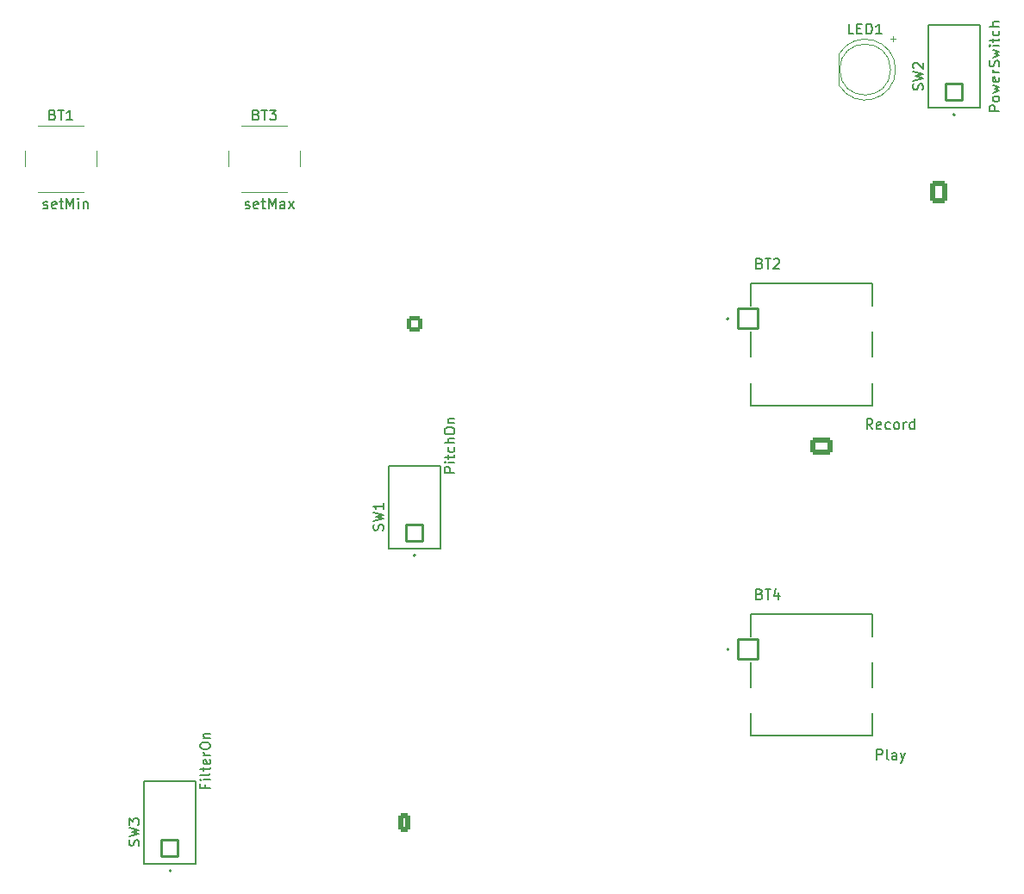
<source format=gto>
%TF.GenerationSoftware,KiCad,Pcbnew,9.0.6*%
%TF.CreationDate,2025-12-09T15:58:13+01:00*%
%TF.ProjectId,STR500_v1,53545235-3030-45f7-9631-2e6b69636164,rev?*%
%TF.SameCoordinates,Original*%
%TF.FileFunction,Legend,Top*%
%TF.FilePolarity,Positive*%
%FSLAX46Y46*%
G04 Gerber Fmt 4.6, Leading zero omitted, Abs format (unit mm)*
G04 Created by KiCad (PCBNEW 9.0.6) date 2025-12-09 15:58:13*
%MOMM*%
%LPD*%
G01*
G04 APERTURE LIST*
G04 Aperture macros list*
%AMRoundRect*
0 Rectangle with rounded corners*
0 $1 Rounding radius*
0 $2 $3 $4 $5 $6 $7 $8 $9 X,Y pos of 4 corners*
0 Add a 4 corners polygon primitive as box body*
4,1,4,$2,$3,$4,$5,$6,$7,$8,$9,$2,$3,0*
0 Add four circle primitives for the rounded corners*
1,1,$1+$1,$2,$3*
1,1,$1+$1,$4,$5*
1,1,$1+$1,$6,$7*
1,1,$1+$1,$8,$9*
0 Add four rect primitives between the rounded corners*
20,1,$1+$1,$2,$3,$4,$5,0*
20,1,$1+$1,$4,$5,$6,$7,0*
20,1,$1+$1,$6,$7,$8,$9,0*
20,1,$1+$1,$8,$9,$2,$3,0*%
G04 Aperture macros list end*
%ADD10C,0.150000*%
%ADD11C,0.200000*%
%ADD12C,0.127000*%
%ADD13C,0.120000*%
%ADD14C,1.600000*%
%ADD15O,1.740000X2.190000*%
%ADD16RoundRect,0.250000X-0.620000X-0.845000X0.620000X-0.845000X0.620000X0.845000X-0.620000X0.845000X0*%
%ADD17C,1.839000*%
%ADD18RoundRect,0.102000X0.817500X-0.817500X0.817500X0.817500X-0.817500X0.817500X-0.817500X-0.817500X0*%
%ADD19RoundRect,0.102000X-0.975000X-0.975000X0.975000X-0.975000X0.975000X0.975000X-0.975000X0.975000X0*%
%ADD20C,2.154000*%
%ADD21C,2.000000*%
%ADD22C,1.800000*%
%ADD23R,1.800000X1.800000*%
%ADD24R,1.700000X1.700000*%
%ADD25RoundRect,0.250000X0.350000X0.650000X-0.350000X0.650000X-0.350000X-0.650000X0.350000X-0.650000X0*%
%ADD26O,1.700000X1.700000*%
%ADD27O,1.200000X1.800000*%
%ADD28RoundRect,0.250000X0.550000X-0.550000X0.550000X0.550000X-0.550000X0.550000X-0.550000X-0.550000X0*%
%ADD29C,1.700000*%
%ADD30RoundRect,0.250000X-0.845000X0.620000X-0.845000X-0.620000X0.845000X-0.620000X0.845000X0.620000X0*%
%ADD31O,2.190000X1.740000*%
G04 APERTURE END LIST*
D10*
X105914700Y-90285832D02*
X105962319Y-90142975D01*
X105962319Y-90142975D02*
X105962319Y-89904880D01*
X105962319Y-89904880D02*
X105914700Y-89809642D01*
X105914700Y-89809642D02*
X105867080Y-89762023D01*
X105867080Y-89762023D02*
X105771842Y-89714404D01*
X105771842Y-89714404D02*
X105676604Y-89714404D01*
X105676604Y-89714404D02*
X105581366Y-89762023D01*
X105581366Y-89762023D02*
X105533747Y-89809642D01*
X105533747Y-89809642D02*
X105486128Y-89904880D01*
X105486128Y-89904880D02*
X105438509Y-90095356D01*
X105438509Y-90095356D02*
X105390890Y-90190594D01*
X105390890Y-90190594D02*
X105343271Y-90238213D01*
X105343271Y-90238213D02*
X105248033Y-90285832D01*
X105248033Y-90285832D02*
X105152795Y-90285832D01*
X105152795Y-90285832D02*
X105057557Y-90238213D01*
X105057557Y-90238213D02*
X105009938Y-90190594D01*
X105009938Y-90190594D02*
X104962319Y-90095356D01*
X104962319Y-90095356D02*
X104962319Y-89857261D01*
X104962319Y-89857261D02*
X105009938Y-89714404D01*
X104962319Y-89381070D02*
X105962319Y-89142975D01*
X105962319Y-89142975D02*
X105248033Y-88952499D01*
X105248033Y-88952499D02*
X105962319Y-88762023D01*
X105962319Y-88762023D02*
X104962319Y-88523928D01*
X105962319Y-87619166D02*
X105962319Y-88190594D01*
X105962319Y-87904880D02*
X104962319Y-87904880D01*
X104962319Y-87904880D02*
X105105176Y-88000118D01*
X105105176Y-88000118D02*
X105200414Y-88095356D01*
X105200414Y-88095356D02*
X105248033Y-88190594D01*
X112947319Y-84610356D02*
X111947319Y-84610356D01*
X111947319Y-84610356D02*
X111947319Y-84229404D01*
X111947319Y-84229404D02*
X111994938Y-84134166D01*
X111994938Y-84134166D02*
X112042557Y-84086547D01*
X112042557Y-84086547D02*
X112137795Y-84038928D01*
X112137795Y-84038928D02*
X112280652Y-84038928D01*
X112280652Y-84038928D02*
X112375890Y-84086547D01*
X112375890Y-84086547D02*
X112423509Y-84134166D01*
X112423509Y-84134166D02*
X112471128Y-84229404D01*
X112471128Y-84229404D02*
X112471128Y-84610356D01*
X112947319Y-83610356D02*
X112280652Y-83610356D01*
X111947319Y-83610356D02*
X111994938Y-83657975D01*
X111994938Y-83657975D02*
X112042557Y-83610356D01*
X112042557Y-83610356D02*
X111994938Y-83562737D01*
X111994938Y-83562737D02*
X111947319Y-83610356D01*
X111947319Y-83610356D02*
X112042557Y-83610356D01*
X112280652Y-83277023D02*
X112280652Y-82896071D01*
X111947319Y-83134166D02*
X112804461Y-83134166D01*
X112804461Y-83134166D02*
X112899700Y-83086547D01*
X112899700Y-83086547D02*
X112947319Y-82991309D01*
X112947319Y-82991309D02*
X112947319Y-82896071D01*
X112899700Y-82134166D02*
X112947319Y-82229404D01*
X112947319Y-82229404D02*
X112947319Y-82419880D01*
X112947319Y-82419880D02*
X112899700Y-82515118D01*
X112899700Y-82515118D02*
X112852080Y-82562737D01*
X112852080Y-82562737D02*
X112756842Y-82610356D01*
X112756842Y-82610356D02*
X112471128Y-82610356D01*
X112471128Y-82610356D02*
X112375890Y-82562737D01*
X112375890Y-82562737D02*
X112328271Y-82515118D01*
X112328271Y-82515118D02*
X112280652Y-82419880D01*
X112280652Y-82419880D02*
X112280652Y-82229404D01*
X112280652Y-82229404D02*
X112328271Y-82134166D01*
X112947319Y-81705594D02*
X111947319Y-81705594D01*
X112947319Y-81277023D02*
X112423509Y-81277023D01*
X112423509Y-81277023D02*
X112328271Y-81324642D01*
X112328271Y-81324642D02*
X112280652Y-81419880D01*
X112280652Y-81419880D02*
X112280652Y-81562737D01*
X112280652Y-81562737D02*
X112328271Y-81657975D01*
X112328271Y-81657975D02*
X112375890Y-81705594D01*
X111947319Y-80610356D02*
X111947319Y-80419880D01*
X111947319Y-80419880D02*
X111994938Y-80324642D01*
X111994938Y-80324642D02*
X112090176Y-80229404D01*
X112090176Y-80229404D02*
X112280652Y-80181785D01*
X112280652Y-80181785D02*
X112613985Y-80181785D01*
X112613985Y-80181785D02*
X112804461Y-80229404D01*
X112804461Y-80229404D02*
X112899700Y-80324642D01*
X112899700Y-80324642D02*
X112947319Y-80419880D01*
X112947319Y-80419880D02*
X112947319Y-80610356D01*
X112947319Y-80610356D02*
X112899700Y-80705594D01*
X112899700Y-80705594D02*
X112804461Y-80800832D01*
X112804461Y-80800832D02*
X112613985Y-80848451D01*
X112613985Y-80848451D02*
X112280652Y-80848451D01*
X112280652Y-80848451D02*
X112090176Y-80800832D01*
X112090176Y-80800832D02*
X111994938Y-80705594D01*
X111994938Y-80705594D02*
X111947319Y-80610356D01*
X112280652Y-79753213D02*
X112947319Y-79753213D01*
X112375890Y-79753213D02*
X112328271Y-79705594D01*
X112328271Y-79705594D02*
X112280652Y-79610356D01*
X112280652Y-79610356D02*
X112280652Y-79467499D01*
X112280652Y-79467499D02*
X112328271Y-79372261D01*
X112328271Y-79372261D02*
X112423509Y-79324642D01*
X112423509Y-79324642D02*
X112947319Y-79324642D01*
X158914700Y-46980832D02*
X158962319Y-46837975D01*
X158962319Y-46837975D02*
X158962319Y-46599880D01*
X158962319Y-46599880D02*
X158914700Y-46504642D01*
X158914700Y-46504642D02*
X158867080Y-46457023D01*
X158867080Y-46457023D02*
X158771842Y-46409404D01*
X158771842Y-46409404D02*
X158676604Y-46409404D01*
X158676604Y-46409404D02*
X158581366Y-46457023D01*
X158581366Y-46457023D02*
X158533747Y-46504642D01*
X158533747Y-46504642D02*
X158486128Y-46599880D01*
X158486128Y-46599880D02*
X158438509Y-46790356D01*
X158438509Y-46790356D02*
X158390890Y-46885594D01*
X158390890Y-46885594D02*
X158343271Y-46933213D01*
X158343271Y-46933213D02*
X158248033Y-46980832D01*
X158248033Y-46980832D02*
X158152795Y-46980832D01*
X158152795Y-46980832D02*
X158057557Y-46933213D01*
X158057557Y-46933213D02*
X158009938Y-46885594D01*
X158009938Y-46885594D02*
X157962319Y-46790356D01*
X157962319Y-46790356D02*
X157962319Y-46552261D01*
X157962319Y-46552261D02*
X158009938Y-46409404D01*
X157962319Y-46076070D02*
X158962319Y-45837975D01*
X158962319Y-45837975D02*
X158248033Y-45647499D01*
X158248033Y-45647499D02*
X158962319Y-45457023D01*
X158962319Y-45457023D02*
X157962319Y-45218928D01*
X158057557Y-44885594D02*
X158009938Y-44837975D01*
X158009938Y-44837975D02*
X157962319Y-44742737D01*
X157962319Y-44742737D02*
X157962319Y-44504642D01*
X157962319Y-44504642D02*
X158009938Y-44409404D01*
X158009938Y-44409404D02*
X158057557Y-44361785D01*
X158057557Y-44361785D02*
X158152795Y-44314166D01*
X158152795Y-44314166D02*
X158248033Y-44314166D01*
X158248033Y-44314166D02*
X158390890Y-44361785D01*
X158390890Y-44361785D02*
X158962319Y-44933213D01*
X158962319Y-44933213D02*
X158962319Y-44314166D01*
X166454819Y-49075952D02*
X165454819Y-49075952D01*
X165454819Y-49075952D02*
X165454819Y-48695000D01*
X165454819Y-48695000D02*
X165502438Y-48599762D01*
X165502438Y-48599762D02*
X165550057Y-48552143D01*
X165550057Y-48552143D02*
X165645295Y-48504524D01*
X165645295Y-48504524D02*
X165788152Y-48504524D01*
X165788152Y-48504524D02*
X165883390Y-48552143D01*
X165883390Y-48552143D02*
X165931009Y-48599762D01*
X165931009Y-48599762D02*
X165978628Y-48695000D01*
X165978628Y-48695000D02*
X165978628Y-49075952D01*
X166454819Y-47933095D02*
X166407200Y-48028333D01*
X166407200Y-48028333D02*
X166359580Y-48075952D01*
X166359580Y-48075952D02*
X166264342Y-48123571D01*
X166264342Y-48123571D02*
X165978628Y-48123571D01*
X165978628Y-48123571D02*
X165883390Y-48075952D01*
X165883390Y-48075952D02*
X165835771Y-48028333D01*
X165835771Y-48028333D02*
X165788152Y-47933095D01*
X165788152Y-47933095D02*
X165788152Y-47790238D01*
X165788152Y-47790238D02*
X165835771Y-47695000D01*
X165835771Y-47695000D02*
X165883390Y-47647381D01*
X165883390Y-47647381D02*
X165978628Y-47599762D01*
X165978628Y-47599762D02*
X166264342Y-47599762D01*
X166264342Y-47599762D02*
X166359580Y-47647381D01*
X166359580Y-47647381D02*
X166407200Y-47695000D01*
X166407200Y-47695000D02*
X166454819Y-47790238D01*
X166454819Y-47790238D02*
X166454819Y-47933095D01*
X165788152Y-47266428D02*
X166454819Y-47075952D01*
X166454819Y-47075952D02*
X165978628Y-46885476D01*
X165978628Y-46885476D02*
X166454819Y-46695000D01*
X166454819Y-46695000D02*
X165788152Y-46504524D01*
X166407200Y-45742619D02*
X166454819Y-45837857D01*
X166454819Y-45837857D02*
X166454819Y-46028333D01*
X166454819Y-46028333D02*
X166407200Y-46123571D01*
X166407200Y-46123571D02*
X166311961Y-46171190D01*
X166311961Y-46171190D02*
X165931009Y-46171190D01*
X165931009Y-46171190D02*
X165835771Y-46123571D01*
X165835771Y-46123571D02*
X165788152Y-46028333D01*
X165788152Y-46028333D02*
X165788152Y-45837857D01*
X165788152Y-45837857D02*
X165835771Y-45742619D01*
X165835771Y-45742619D02*
X165931009Y-45695000D01*
X165931009Y-45695000D02*
X166026247Y-45695000D01*
X166026247Y-45695000D02*
X166121485Y-46171190D01*
X166454819Y-45266428D02*
X165788152Y-45266428D01*
X165978628Y-45266428D02*
X165883390Y-45218809D01*
X165883390Y-45218809D02*
X165835771Y-45171190D01*
X165835771Y-45171190D02*
X165788152Y-45075952D01*
X165788152Y-45075952D02*
X165788152Y-44980714D01*
X166407200Y-44694999D02*
X166454819Y-44552142D01*
X166454819Y-44552142D02*
X166454819Y-44314047D01*
X166454819Y-44314047D02*
X166407200Y-44218809D01*
X166407200Y-44218809D02*
X166359580Y-44171190D01*
X166359580Y-44171190D02*
X166264342Y-44123571D01*
X166264342Y-44123571D02*
X166169104Y-44123571D01*
X166169104Y-44123571D02*
X166073866Y-44171190D01*
X166073866Y-44171190D02*
X166026247Y-44218809D01*
X166026247Y-44218809D02*
X165978628Y-44314047D01*
X165978628Y-44314047D02*
X165931009Y-44504523D01*
X165931009Y-44504523D02*
X165883390Y-44599761D01*
X165883390Y-44599761D02*
X165835771Y-44647380D01*
X165835771Y-44647380D02*
X165740533Y-44694999D01*
X165740533Y-44694999D02*
X165645295Y-44694999D01*
X165645295Y-44694999D02*
X165550057Y-44647380D01*
X165550057Y-44647380D02*
X165502438Y-44599761D01*
X165502438Y-44599761D02*
X165454819Y-44504523D01*
X165454819Y-44504523D02*
X165454819Y-44266428D01*
X165454819Y-44266428D02*
X165502438Y-44123571D01*
X165788152Y-43790237D02*
X166454819Y-43599761D01*
X166454819Y-43599761D02*
X165978628Y-43409285D01*
X165978628Y-43409285D02*
X166454819Y-43218809D01*
X166454819Y-43218809D02*
X165788152Y-43028333D01*
X166454819Y-42647380D02*
X165788152Y-42647380D01*
X165454819Y-42647380D02*
X165502438Y-42694999D01*
X165502438Y-42694999D02*
X165550057Y-42647380D01*
X165550057Y-42647380D02*
X165502438Y-42599761D01*
X165502438Y-42599761D02*
X165454819Y-42647380D01*
X165454819Y-42647380D02*
X165550057Y-42647380D01*
X165788152Y-42314047D02*
X165788152Y-41933095D01*
X165454819Y-42171190D02*
X166311961Y-42171190D01*
X166311961Y-42171190D02*
X166407200Y-42123571D01*
X166407200Y-42123571D02*
X166454819Y-42028333D01*
X166454819Y-42028333D02*
X166454819Y-41933095D01*
X166407200Y-41171190D02*
X166454819Y-41266428D01*
X166454819Y-41266428D02*
X166454819Y-41456904D01*
X166454819Y-41456904D02*
X166407200Y-41552142D01*
X166407200Y-41552142D02*
X166359580Y-41599761D01*
X166359580Y-41599761D02*
X166264342Y-41647380D01*
X166264342Y-41647380D02*
X165978628Y-41647380D01*
X165978628Y-41647380D02*
X165883390Y-41599761D01*
X165883390Y-41599761D02*
X165835771Y-41552142D01*
X165835771Y-41552142D02*
X165788152Y-41456904D01*
X165788152Y-41456904D02*
X165788152Y-41266428D01*
X165788152Y-41266428D02*
X165835771Y-41171190D01*
X166454819Y-40742618D02*
X165454819Y-40742618D01*
X166454819Y-40314047D02*
X165931009Y-40314047D01*
X165931009Y-40314047D02*
X165835771Y-40361666D01*
X165835771Y-40361666D02*
X165788152Y-40456904D01*
X165788152Y-40456904D02*
X165788152Y-40599761D01*
X165788152Y-40599761D02*
X165835771Y-40694999D01*
X165835771Y-40694999D02*
X165883390Y-40742618D01*
X81914700Y-121285832D02*
X81962319Y-121142975D01*
X81962319Y-121142975D02*
X81962319Y-120904880D01*
X81962319Y-120904880D02*
X81914700Y-120809642D01*
X81914700Y-120809642D02*
X81867080Y-120762023D01*
X81867080Y-120762023D02*
X81771842Y-120714404D01*
X81771842Y-120714404D02*
X81676604Y-120714404D01*
X81676604Y-120714404D02*
X81581366Y-120762023D01*
X81581366Y-120762023D02*
X81533747Y-120809642D01*
X81533747Y-120809642D02*
X81486128Y-120904880D01*
X81486128Y-120904880D02*
X81438509Y-121095356D01*
X81438509Y-121095356D02*
X81390890Y-121190594D01*
X81390890Y-121190594D02*
X81343271Y-121238213D01*
X81343271Y-121238213D02*
X81248033Y-121285832D01*
X81248033Y-121285832D02*
X81152795Y-121285832D01*
X81152795Y-121285832D02*
X81057557Y-121238213D01*
X81057557Y-121238213D02*
X81009938Y-121190594D01*
X81009938Y-121190594D02*
X80962319Y-121095356D01*
X80962319Y-121095356D02*
X80962319Y-120857261D01*
X80962319Y-120857261D02*
X81009938Y-120714404D01*
X80962319Y-120381070D02*
X81962319Y-120142975D01*
X81962319Y-120142975D02*
X81248033Y-119952499D01*
X81248033Y-119952499D02*
X81962319Y-119762023D01*
X81962319Y-119762023D02*
X80962319Y-119523928D01*
X80962319Y-119238213D02*
X80962319Y-118619166D01*
X80962319Y-118619166D02*
X81343271Y-118952499D01*
X81343271Y-118952499D02*
X81343271Y-118809642D01*
X81343271Y-118809642D02*
X81390890Y-118714404D01*
X81390890Y-118714404D02*
X81438509Y-118666785D01*
X81438509Y-118666785D02*
X81533747Y-118619166D01*
X81533747Y-118619166D02*
X81771842Y-118619166D01*
X81771842Y-118619166D02*
X81867080Y-118666785D01*
X81867080Y-118666785D02*
X81914700Y-118714404D01*
X81914700Y-118714404D02*
X81962319Y-118809642D01*
X81962319Y-118809642D02*
X81962319Y-119095356D01*
X81962319Y-119095356D02*
X81914700Y-119190594D01*
X81914700Y-119190594D02*
X81867080Y-119238213D01*
X88423509Y-115324643D02*
X88423509Y-115657976D01*
X88947319Y-115657976D02*
X87947319Y-115657976D01*
X87947319Y-115657976D02*
X87947319Y-115181786D01*
X88947319Y-114800833D02*
X88280652Y-114800833D01*
X87947319Y-114800833D02*
X87994938Y-114848452D01*
X87994938Y-114848452D02*
X88042557Y-114800833D01*
X88042557Y-114800833D02*
X87994938Y-114753214D01*
X87994938Y-114753214D02*
X87947319Y-114800833D01*
X87947319Y-114800833D02*
X88042557Y-114800833D01*
X88947319Y-114181786D02*
X88899700Y-114277024D01*
X88899700Y-114277024D02*
X88804461Y-114324643D01*
X88804461Y-114324643D02*
X87947319Y-114324643D01*
X88280652Y-113943690D02*
X88280652Y-113562738D01*
X87947319Y-113800833D02*
X88804461Y-113800833D01*
X88804461Y-113800833D02*
X88899700Y-113753214D01*
X88899700Y-113753214D02*
X88947319Y-113657976D01*
X88947319Y-113657976D02*
X88947319Y-113562738D01*
X88899700Y-112848452D02*
X88947319Y-112943690D01*
X88947319Y-112943690D02*
X88947319Y-113134166D01*
X88947319Y-113134166D02*
X88899700Y-113229404D01*
X88899700Y-113229404D02*
X88804461Y-113277023D01*
X88804461Y-113277023D02*
X88423509Y-113277023D01*
X88423509Y-113277023D02*
X88328271Y-113229404D01*
X88328271Y-113229404D02*
X88280652Y-113134166D01*
X88280652Y-113134166D02*
X88280652Y-112943690D01*
X88280652Y-112943690D02*
X88328271Y-112848452D01*
X88328271Y-112848452D02*
X88423509Y-112800833D01*
X88423509Y-112800833D02*
X88518747Y-112800833D01*
X88518747Y-112800833D02*
X88613985Y-113277023D01*
X88947319Y-112372261D02*
X88280652Y-112372261D01*
X88471128Y-112372261D02*
X88375890Y-112324642D01*
X88375890Y-112324642D02*
X88328271Y-112277023D01*
X88328271Y-112277023D02*
X88280652Y-112181785D01*
X88280652Y-112181785D02*
X88280652Y-112086547D01*
X87947319Y-111562737D02*
X87947319Y-111372261D01*
X87947319Y-111372261D02*
X87994938Y-111277023D01*
X87994938Y-111277023D02*
X88090176Y-111181785D01*
X88090176Y-111181785D02*
X88280652Y-111134166D01*
X88280652Y-111134166D02*
X88613985Y-111134166D01*
X88613985Y-111134166D02*
X88804461Y-111181785D01*
X88804461Y-111181785D02*
X88899700Y-111277023D01*
X88899700Y-111277023D02*
X88947319Y-111372261D01*
X88947319Y-111372261D02*
X88947319Y-111562737D01*
X88947319Y-111562737D02*
X88899700Y-111657975D01*
X88899700Y-111657975D02*
X88804461Y-111753213D01*
X88804461Y-111753213D02*
X88613985Y-111800832D01*
X88613985Y-111800832D02*
X88280652Y-111800832D01*
X88280652Y-111800832D02*
X88090176Y-111753213D01*
X88090176Y-111753213D02*
X87994938Y-111657975D01*
X87994938Y-111657975D02*
X87947319Y-111562737D01*
X88280652Y-110705594D02*
X88947319Y-110705594D01*
X88375890Y-110705594D02*
X88328271Y-110657975D01*
X88328271Y-110657975D02*
X88280652Y-110562737D01*
X88280652Y-110562737D02*
X88280652Y-110419880D01*
X88280652Y-110419880D02*
X88328271Y-110324642D01*
X88328271Y-110324642D02*
X88423509Y-110277023D01*
X88423509Y-110277023D02*
X88947319Y-110277023D01*
X142914285Y-96546009D02*
X143057142Y-96593628D01*
X143057142Y-96593628D02*
X143104761Y-96641247D01*
X143104761Y-96641247D02*
X143152380Y-96736485D01*
X143152380Y-96736485D02*
X143152380Y-96879342D01*
X143152380Y-96879342D02*
X143104761Y-96974580D01*
X143104761Y-96974580D02*
X143057142Y-97022200D01*
X143057142Y-97022200D02*
X142961904Y-97069819D01*
X142961904Y-97069819D02*
X142580952Y-97069819D01*
X142580952Y-97069819D02*
X142580952Y-96069819D01*
X142580952Y-96069819D02*
X142914285Y-96069819D01*
X142914285Y-96069819D02*
X143009523Y-96117438D01*
X143009523Y-96117438D02*
X143057142Y-96165057D01*
X143057142Y-96165057D02*
X143104761Y-96260295D01*
X143104761Y-96260295D02*
X143104761Y-96355533D01*
X143104761Y-96355533D02*
X143057142Y-96450771D01*
X143057142Y-96450771D02*
X143009523Y-96498390D01*
X143009523Y-96498390D02*
X142914285Y-96546009D01*
X142914285Y-96546009D02*
X142580952Y-96546009D01*
X143438095Y-96069819D02*
X144009523Y-96069819D01*
X143723809Y-97069819D02*
X143723809Y-96069819D01*
X144771428Y-96403152D02*
X144771428Y-97069819D01*
X144533333Y-96022200D02*
X144295238Y-96736485D01*
X144295238Y-96736485D02*
X144914285Y-96736485D01*
X154407857Y-112839819D02*
X154407857Y-111839819D01*
X154407857Y-111839819D02*
X154788809Y-111839819D01*
X154788809Y-111839819D02*
X154884047Y-111887438D01*
X154884047Y-111887438D02*
X154931666Y-111935057D01*
X154931666Y-111935057D02*
X154979285Y-112030295D01*
X154979285Y-112030295D02*
X154979285Y-112173152D01*
X154979285Y-112173152D02*
X154931666Y-112268390D01*
X154931666Y-112268390D02*
X154884047Y-112316009D01*
X154884047Y-112316009D02*
X154788809Y-112363628D01*
X154788809Y-112363628D02*
X154407857Y-112363628D01*
X155550714Y-112839819D02*
X155455476Y-112792200D01*
X155455476Y-112792200D02*
X155407857Y-112696961D01*
X155407857Y-112696961D02*
X155407857Y-111839819D01*
X156360238Y-112839819D02*
X156360238Y-112316009D01*
X156360238Y-112316009D02*
X156312619Y-112220771D01*
X156312619Y-112220771D02*
X156217381Y-112173152D01*
X156217381Y-112173152D02*
X156026905Y-112173152D01*
X156026905Y-112173152D02*
X155931667Y-112220771D01*
X156360238Y-112792200D02*
X156265000Y-112839819D01*
X156265000Y-112839819D02*
X156026905Y-112839819D01*
X156026905Y-112839819D02*
X155931667Y-112792200D01*
X155931667Y-112792200D02*
X155884048Y-112696961D01*
X155884048Y-112696961D02*
X155884048Y-112601723D01*
X155884048Y-112601723D02*
X155931667Y-112506485D01*
X155931667Y-112506485D02*
X156026905Y-112458866D01*
X156026905Y-112458866D02*
X156265000Y-112458866D01*
X156265000Y-112458866D02*
X156360238Y-112411247D01*
X156741191Y-112173152D02*
X156979286Y-112839819D01*
X157217381Y-112173152D02*
X156979286Y-112839819D01*
X156979286Y-112839819D02*
X156884048Y-113077914D01*
X156884048Y-113077914D02*
X156836429Y-113125533D01*
X156836429Y-113125533D02*
X156741191Y-113173152D01*
X142914285Y-64046009D02*
X143057142Y-64093628D01*
X143057142Y-64093628D02*
X143104761Y-64141247D01*
X143104761Y-64141247D02*
X143152380Y-64236485D01*
X143152380Y-64236485D02*
X143152380Y-64379342D01*
X143152380Y-64379342D02*
X143104761Y-64474580D01*
X143104761Y-64474580D02*
X143057142Y-64522200D01*
X143057142Y-64522200D02*
X142961904Y-64569819D01*
X142961904Y-64569819D02*
X142580952Y-64569819D01*
X142580952Y-64569819D02*
X142580952Y-63569819D01*
X142580952Y-63569819D02*
X142914285Y-63569819D01*
X142914285Y-63569819D02*
X143009523Y-63617438D01*
X143009523Y-63617438D02*
X143057142Y-63665057D01*
X143057142Y-63665057D02*
X143104761Y-63760295D01*
X143104761Y-63760295D02*
X143104761Y-63855533D01*
X143104761Y-63855533D02*
X143057142Y-63950771D01*
X143057142Y-63950771D02*
X143009523Y-63998390D01*
X143009523Y-63998390D02*
X142914285Y-64046009D01*
X142914285Y-64046009D02*
X142580952Y-64046009D01*
X143438095Y-63569819D02*
X144009523Y-63569819D01*
X143723809Y-64569819D02*
X143723809Y-63569819D01*
X144295238Y-63665057D02*
X144342857Y-63617438D01*
X144342857Y-63617438D02*
X144438095Y-63569819D01*
X144438095Y-63569819D02*
X144676190Y-63569819D01*
X144676190Y-63569819D02*
X144771428Y-63617438D01*
X144771428Y-63617438D02*
X144819047Y-63665057D01*
X144819047Y-63665057D02*
X144866666Y-63760295D01*
X144866666Y-63760295D02*
X144866666Y-63855533D01*
X144866666Y-63855533D02*
X144819047Y-63998390D01*
X144819047Y-63998390D02*
X144247619Y-64569819D01*
X144247619Y-64569819D02*
X144866666Y-64569819D01*
X154003094Y-80339819D02*
X153669761Y-79863628D01*
X153431666Y-80339819D02*
X153431666Y-79339819D01*
X153431666Y-79339819D02*
X153812618Y-79339819D01*
X153812618Y-79339819D02*
X153907856Y-79387438D01*
X153907856Y-79387438D02*
X153955475Y-79435057D01*
X153955475Y-79435057D02*
X154003094Y-79530295D01*
X154003094Y-79530295D02*
X154003094Y-79673152D01*
X154003094Y-79673152D02*
X153955475Y-79768390D01*
X153955475Y-79768390D02*
X153907856Y-79816009D01*
X153907856Y-79816009D02*
X153812618Y-79863628D01*
X153812618Y-79863628D02*
X153431666Y-79863628D01*
X154812618Y-80292200D02*
X154717380Y-80339819D01*
X154717380Y-80339819D02*
X154526904Y-80339819D01*
X154526904Y-80339819D02*
X154431666Y-80292200D01*
X154431666Y-80292200D02*
X154384047Y-80196961D01*
X154384047Y-80196961D02*
X154384047Y-79816009D01*
X154384047Y-79816009D02*
X154431666Y-79720771D01*
X154431666Y-79720771D02*
X154526904Y-79673152D01*
X154526904Y-79673152D02*
X154717380Y-79673152D01*
X154717380Y-79673152D02*
X154812618Y-79720771D01*
X154812618Y-79720771D02*
X154860237Y-79816009D01*
X154860237Y-79816009D02*
X154860237Y-79911247D01*
X154860237Y-79911247D02*
X154384047Y-80006485D01*
X155717380Y-80292200D02*
X155622142Y-80339819D01*
X155622142Y-80339819D02*
X155431666Y-80339819D01*
X155431666Y-80339819D02*
X155336428Y-80292200D01*
X155336428Y-80292200D02*
X155288809Y-80244580D01*
X155288809Y-80244580D02*
X155241190Y-80149342D01*
X155241190Y-80149342D02*
X155241190Y-79863628D01*
X155241190Y-79863628D02*
X155288809Y-79768390D01*
X155288809Y-79768390D02*
X155336428Y-79720771D01*
X155336428Y-79720771D02*
X155431666Y-79673152D01*
X155431666Y-79673152D02*
X155622142Y-79673152D01*
X155622142Y-79673152D02*
X155717380Y-79720771D01*
X156288809Y-80339819D02*
X156193571Y-80292200D01*
X156193571Y-80292200D02*
X156145952Y-80244580D01*
X156145952Y-80244580D02*
X156098333Y-80149342D01*
X156098333Y-80149342D02*
X156098333Y-79863628D01*
X156098333Y-79863628D02*
X156145952Y-79768390D01*
X156145952Y-79768390D02*
X156193571Y-79720771D01*
X156193571Y-79720771D02*
X156288809Y-79673152D01*
X156288809Y-79673152D02*
X156431666Y-79673152D01*
X156431666Y-79673152D02*
X156526904Y-79720771D01*
X156526904Y-79720771D02*
X156574523Y-79768390D01*
X156574523Y-79768390D02*
X156622142Y-79863628D01*
X156622142Y-79863628D02*
X156622142Y-80149342D01*
X156622142Y-80149342D02*
X156574523Y-80244580D01*
X156574523Y-80244580D02*
X156526904Y-80292200D01*
X156526904Y-80292200D02*
X156431666Y-80339819D01*
X156431666Y-80339819D02*
X156288809Y-80339819D01*
X157050714Y-80339819D02*
X157050714Y-79673152D01*
X157050714Y-79863628D02*
X157098333Y-79768390D01*
X157098333Y-79768390D02*
X157145952Y-79720771D01*
X157145952Y-79720771D02*
X157241190Y-79673152D01*
X157241190Y-79673152D02*
X157336428Y-79673152D01*
X158098333Y-80339819D02*
X158098333Y-79339819D01*
X158098333Y-80292200D02*
X158003095Y-80339819D01*
X158003095Y-80339819D02*
X157812619Y-80339819D01*
X157812619Y-80339819D02*
X157717381Y-80292200D01*
X157717381Y-80292200D02*
X157669762Y-80244580D01*
X157669762Y-80244580D02*
X157622143Y-80149342D01*
X157622143Y-80149342D02*
X157622143Y-79863628D01*
X157622143Y-79863628D02*
X157669762Y-79768390D01*
X157669762Y-79768390D02*
X157717381Y-79720771D01*
X157717381Y-79720771D02*
X157812619Y-79673152D01*
X157812619Y-79673152D02*
X158003095Y-79673152D01*
X158003095Y-79673152D02*
X158098333Y-79720771D01*
X93464285Y-49431009D02*
X93607142Y-49478628D01*
X93607142Y-49478628D02*
X93654761Y-49526247D01*
X93654761Y-49526247D02*
X93702380Y-49621485D01*
X93702380Y-49621485D02*
X93702380Y-49764342D01*
X93702380Y-49764342D02*
X93654761Y-49859580D01*
X93654761Y-49859580D02*
X93607142Y-49907200D01*
X93607142Y-49907200D02*
X93511904Y-49954819D01*
X93511904Y-49954819D02*
X93130952Y-49954819D01*
X93130952Y-49954819D02*
X93130952Y-48954819D01*
X93130952Y-48954819D02*
X93464285Y-48954819D01*
X93464285Y-48954819D02*
X93559523Y-49002438D01*
X93559523Y-49002438D02*
X93607142Y-49050057D01*
X93607142Y-49050057D02*
X93654761Y-49145295D01*
X93654761Y-49145295D02*
X93654761Y-49240533D01*
X93654761Y-49240533D02*
X93607142Y-49335771D01*
X93607142Y-49335771D02*
X93559523Y-49383390D01*
X93559523Y-49383390D02*
X93464285Y-49431009D01*
X93464285Y-49431009D02*
X93130952Y-49431009D01*
X93988095Y-48954819D02*
X94559523Y-48954819D01*
X94273809Y-49954819D02*
X94273809Y-48954819D01*
X94797619Y-48954819D02*
X95416666Y-48954819D01*
X95416666Y-48954819D02*
X95083333Y-49335771D01*
X95083333Y-49335771D02*
X95226190Y-49335771D01*
X95226190Y-49335771D02*
X95321428Y-49383390D01*
X95321428Y-49383390D02*
X95369047Y-49431009D01*
X95369047Y-49431009D02*
X95416666Y-49526247D01*
X95416666Y-49526247D02*
X95416666Y-49764342D01*
X95416666Y-49764342D02*
X95369047Y-49859580D01*
X95369047Y-49859580D02*
X95321428Y-49907200D01*
X95321428Y-49907200D02*
X95226190Y-49954819D01*
X95226190Y-49954819D02*
X94940476Y-49954819D01*
X94940476Y-49954819D02*
X94845238Y-49907200D01*
X94845238Y-49907200D02*
X94797619Y-49859580D01*
X92392857Y-58607200D02*
X92488095Y-58654819D01*
X92488095Y-58654819D02*
X92678571Y-58654819D01*
X92678571Y-58654819D02*
X92773809Y-58607200D01*
X92773809Y-58607200D02*
X92821428Y-58511961D01*
X92821428Y-58511961D02*
X92821428Y-58464342D01*
X92821428Y-58464342D02*
X92773809Y-58369104D01*
X92773809Y-58369104D02*
X92678571Y-58321485D01*
X92678571Y-58321485D02*
X92535714Y-58321485D01*
X92535714Y-58321485D02*
X92440476Y-58273866D01*
X92440476Y-58273866D02*
X92392857Y-58178628D01*
X92392857Y-58178628D02*
X92392857Y-58131009D01*
X92392857Y-58131009D02*
X92440476Y-58035771D01*
X92440476Y-58035771D02*
X92535714Y-57988152D01*
X92535714Y-57988152D02*
X92678571Y-57988152D01*
X92678571Y-57988152D02*
X92773809Y-58035771D01*
X93630952Y-58607200D02*
X93535714Y-58654819D01*
X93535714Y-58654819D02*
X93345238Y-58654819D01*
X93345238Y-58654819D02*
X93250000Y-58607200D01*
X93250000Y-58607200D02*
X93202381Y-58511961D01*
X93202381Y-58511961D02*
X93202381Y-58131009D01*
X93202381Y-58131009D02*
X93250000Y-58035771D01*
X93250000Y-58035771D02*
X93345238Y-57988152D01*
X93345238Y-57988152D02*
X93535714Y-57988152D01*
X93535714Y-57988152D02*
X93630952Y-58035771D01*
X93630952Y-58035771D02*
X93678571Y-58131009D01*
X93678571Y-58131009D02*
X93678571Y-58226247D01*
X93678571Y-58226247D02*
X93202381Y-58321485D01*
X93964286Y-57988152D02*
X94345238Y-57988152D01*
X94107143Y-57654819D02*
X94107143Y-58511961D01*
X94107143Y-58511961D02*
X94154762Y-58607200D01*
X94154762Y-58607200D02*
X94250000Y-58654819D01*
X94250000Y-58654819D02*
X94345238Y-58654819D01*
X94678572Y-58654819D02*
X94678572Y-57654819D01*
X94678572Y-57654819D02*
X95011905Y-58369104D01*
X95011905Y-58369104D02*
X95345238Y-57654819D01*
X95345238Y-57654819D02*
X95345238Y-58654819D01*
X96250000Y-58654819D02*
X96250000Y-58131009D01*
X96250000Y-58131009D02*
X96202381Y-58035771D01*
X96202381Y-58035771D02*
X96107143Y-57988152D01*
X96107143Y-57988152D02*
X95916667Y-57988152D01*
X95916667Y-57988152D02*
X95821429Y-58035771D01*
X96250000Y-58607200D02*
X96154762Y-58654819D01*
X96154762Y-58654819D02*
X95916667Y-58654819D01*
X95916667Y-58654819D02*
X95821429Y-58607200D01*
X95821429Y-58607200D02*
X95773810Y-58511961D01*
X95773810Y-58511961D02*
X95773810Y-58416723D01*
X95773810Y-58416723D02*
X95821429Y-58321485D01*
X95821429Y-58321485D02*
X95916667Y-58273866D01*
X95916667Y-58273866D02*
X96154762Y-58273866D01*
X96154762Y-58273866D02*
X96250000Y-58226247D01*
X96630953Y-58654819D02*
X97154762Y-57988152D01*
X96630953Y-57988152D02*
X97154762Y-58654819D01*
X73464285Y-49431009D02*
X73607142Y-49478628D01*
X73607142Y-49478628D02*
X73654761Y-49526247D01*
X73654761Y-49526247D02*
X73702380Y-49621485D01*
X73702380Y-49621485D02*
X73702380Y-49764342D01*
X73702380Y-49764342D02*
X73654761Y-49859580D01*
X73654761Y-49859580D02*
X73607142Y-49907200D01*
X73607142Y-49907200D02*
X73511904Y-49954819D01*
X73511904Y-49954819D02*
X73130952Y-49954819D01*
X73130952Y-49954819D02*
X73130952Y-48954819D01*
X73130952Y-48954819D02*
X73464285Y-48954819D01*
X73464285Y-48954819D02*
X73559523Y-49002438D01*
X73559523Y-49002438D02*
X73607142Y-49050057D01*
X73607142Y-49050057D02*
X73654761Y-49145295D01*
X73654761Y-49145295D02*
X73654761Y-49240533D01*
X73654761Y-49240533D02*
X73607142Y-49335771D01*
X73607142Y-49335771D02*
X73559523Y-49383390D01*
X73559523Y-49383390D02*
X73464285Y-49431009D01*
X73464285Y-49431009D02*
X73130952Y-49431009D01*
X73988095Y-48954819D02*
X74559523Y-48954819D01*
X74273809Y-49954819D02*
X74273809Y-48954819D01*
X75416666Y-49954819D02*
X74845238Y-49954819D01*
X75130952Y-49954819D02*
X75130952Y-48954819D01*
X75130952Y-48954819D02*
X75035714Y-49097676D01*
X75035714Y-49097676D02*
X74940476Y-49192914D01*
X74940476Y-49192914D02*
X74845238Y-49240533D01*
X72559524Y-58607200D02*
X72654762Y-58654819D01*
X72654762Y-58654819D02*
X72845238Y-58654819D01*
X72845238Y-58654819D02*
X72940476Y-58607200D01*
X72940476Y-58607200D02*
X72988095Y-58511961D01*
X72988095Y-58511961D02*
X72988095Y-58464342D01*
X72988095Y-58464342D02*
X72940476Y-58369104D01*
X72940476Y-58369104D02*
X72845238Y-58321485D01*
X72845238Y-58321485D02*
X72702381Y-58321485D01*
X72702381Y-58321485D02*
X72607143Y-58273866D01*
X72607143Y-58273866D02*
X72559524Y-58178628D01*
X72559524Y-58178628D02*
X72559524Y-58131009D01*
X72559524Y-58131009D02*
X72607143Y-58035771D01*
X72607143Y-58035771D02*
X72702381Y-57988152D01*
X72702381Y-57988152D02*
X72845238Y-57988152D01*
X72845238Y-57988152D02*
X72940476Y-58035771D01*
X73797619Y-58607200D02*
X73702381Y-58654819D01*
X73702381Y-58654819D02*
X73511905Y-58654819D01*
X73511905Y-58654819D02*
X73416667Y-58607200D01*
X73416667Y-58607200D02*
X73369048Y-58511961D01*
X73369048Y-58511961D02*
X73369048Y-58131009D01*
X73369048Y-58131009D02*
X73416667Y-58035771D01*
X73416667Y-58035771D02*
X73511905Y-57988152D01*
X73511905Y-57988152D02*
X73702381Y-57988152D01*
X73702381Y-57988152D02*
X73797619Y-58035771D01*
X73797619Y-58035771D02*
X73845238Y-58131009D01*
X73845238Y-58131009D02*
X73845238Y-58226247D01*
X73845238Y-58226247D02*
X73369048Y-58321485D01*
X74130953Y-57988152D02*
X74511905Y-57988152D01*
X74273810Y-57654819D02*
X74273810Y-58511961D01*
X74273810Y-58511961D02*
X74321429Y-58607200D01*
X74321429Y-58607200D02*
X74416667Y-58654819D01*
X74416667Y-58654819D02*
X74511905Y-58654819D01*
X74845239Y-58654819D02*
X74845239Y-57654819D01*
X74845239Y-57654819D02*
X75178572Y-58369104D01*
X75178572Y-58369104D02*
X75511905Y-57654819D01*
X75511905Y-57654819D02*
X75511905Y-58654819D01*
X75988096Y-58654819D02*
X75988096Y-57988152D01*
X75988096Y-57654819D02*
X75940477Y-57702438D01*
X75940477Y-57702438D02*
X75988096Y-57750057D01*
X75988096Y-57750057D02*
X76035715Y-57702438D01*
X76035715Y-57702438D02*
X75988096Y-57654819D01*
X75988096Y-57654819D02*
X75988096Y-57750057D01*
X76464286Y-57988152D02*
X76464286Y-58654819D01*
X76464286Y-58083390D02*
X76511905Y-58035771D01*
X76511905Y-58035771D02*
X76607143Y-57988152D01*
X76607143Y-57988152D02*
X76750000Y-57988152D01*
X76750000Y-57988152D02*
X76845238Y-58035771D01*
X76845238Y-58035771D02*
X76892857Y-58131009D01*
X76892857Y-58131009D02*
X76892857Y-58654819D01*
X152150952Y-41494819D02*
X151674762Y-41494819D01*
X151674762Y-41494819D02*
X151674762Y-40494819D01*
X152484286Y-40971009D02*
X152817619Y-40971009D01*
X152960476Y-41494819D02*
X152484286Y-41494819D01*
X152484286Y-41494819D02*
X152484286Y-40494819D01*
X152484286Y-40494819D02*
X152960476Y-40494819D01*
X153389048Y-41494819D02*
X153389048Y-40494819D01*
X153389048Y-40494819D02*
X153627143Y-40494819D01*
X153627143Y-40494819D02*
X153770000Y-40542438D01*
X153770000Y-40542438D02*
X153865238Y-40637676D01*
X153865238Y-40637676D02*
X153912857Y-40732914D01*
X153912857Y-40732914D02*
X153960476Y-40923390D01*
X153960476Y-40923390D02*
X153960476Y-41066247D01*
X153960476Y-41066247D02*
X153912857Y-41256723D01*
X153912857Y-41256723D02*
X153865238Y-41351961D01*
X153865238Y-41351961D02*
X153770000Y-41447200D01*
X153770000Y-41447200D02*
X153627143Y-41494819D01*
X153627143Y-41494819D02*
X153389048Y-41494819D01*
X154912857Y-41494819D02*
X154341429Y-41494819D01*
X154627143Y-41494819D02*
X154627143Y-40494819D01*
X154627143Y-40494819D02*
X154531905Y-40637676D01*
X154531905Y-40637676D02*
X154436667Y-40732914D01*
X154436667Y-40732914D02*
X154341429Y-40780533D01*
D11*
%TO.C,SW1*%
X109100000Y-92750000D02*
G75*
G02*
X108900000Y-92750000I-100000J0D01*
G01*
X108900000Y-92750000D02*
G75*
G02*
X109100000Y-92750000I100000J0D01*
G01*
D12*
X111540000Y-83935000D02*
X106460000Y-83935000D01*
X106460000Y-83935000D02*
X106460000Y-92065000D01*
X111540000Y-92065000D02*
X111540000Y-83935000D01*
X106460000Y-92065000D02*
X111540000Y-92065000D01*
D11*
%TO.C,SW2*%
X162100000Y-49445000D02*
G75*
G02*
X161900000Y-49445000I-100000J0D01*
G01*
X161900000Y-49445000D02*
G75*
G02*
X162100000Y-49445000I100000J0D01*
G01*
D12*
X164540000Y-40630000D02*
X159460000Y-40630000D01*
X159460000Y-40630000D02*
X159460000Y-48760000D01*
X164540000Y-48760000D02*
X164540000Y-40630000D01*
X159460000Y-48760000D02*
X164540000Y-48760000D01*
D11*
%TO.C,SW3*%
X85100000Y-123750000D02*
G75*
G02*
X84900000Y-123750000I-100000J0D01*
G01*
X84900000Y-123750000D02*
G75*
G02*
X85100000Y-123750000I100000J0D01*
G01*
D12*
X87540000Y-114935000D02*
X82460000Y-114935000D01*
X82460000Y-114935000D02*
X82460000Y-123065000D01*
X87540000Y-123065000D02*
X87540000Y-114935000D01*
X82460000Y-123065000D02*
X87540000Y-123065000D01*
%TO.C,BT4*%
X142000000Y-98500000D02*
X154000000Y-98500000D01*
X142000000Y-100705000D02*
X142000000Y-98500000D01*
X142000000Y-103295000D02*
X142000000Y-105705000D01*
X142000000Y-110500000D02*
X142000000Y-108295000D01*
X154000000Y-98500000D02*
X154000000Y-100705000D01*
X154000000Y-103295000D02*
X154000000Y-105705000D01*
X154000000Y-110500000D02*
X142000000Y-110500000D01*
X154000000Y-110500000D02*
X154000000Y-108295000D01*
D11*
X139875000Y-102000000D02*
G75*
G02*
X139675000Y-102000000I-100000J0D01*
G01*
X139675000Y-102000000D02*
G75*
G02*
X139875000Y-102000000I100000J0D01*
G01*
D12*
%TO.C,BT2*%
X142000000Y-66000000D02*
X154000000Y-66000000D01*
X142000000Y-68205000D02*
X142000000Y-66000000D01*
X142000000Y-70795000D02*
X142000000Y-73205000D01*
X142000000Y-78000000D02*
X142000000Y-75795000D01*
X154000000Y-66000000D02*
X154000000Y-68205000D01*
X154000000Y-70795000D02*
X154000000Y-73205000D01*
X154000000Y-78000000D02*
X142000000Y-78000000D01*
X154000000Y-78000000D02*
X154000000Y-75795000D01*
D11*
X139875000Y-69500000D02*
G75*
G02*
X139675000Y-69500000I-100000J0D01*
G01*
X139675000Y-69500000D02*
G75*
G02*
X139875000Y-69500000I100000J0D01*
G01*
D13*
%TO.C,BT3*%
X90750000Y-53000000D02*
X90750000Y-54500000D01*
X92000000Y-57000000D02*
X96500000Y-57000000D01*
X96500000Y-50500000D02*
X92000000Y-50500000D01*
X97750000Y-54500000D02*
X97750000Y-53000000D01*
%TO.C,BT1*%
X70750000Y-53000000D02*
X70750000Y-54500000D01*
X72000000Y-57000000D02*
X76500000Y-57000000D01*
X76500000Y-50500000D02*
X72000000Y-50500000D01*
X77750000Y-54500000D02*
X77750000Y-53000000D01*
%TO.C,LED1*%
X155770000Y-45000000D02*
G75*
G02*
X150770000Y-45000000I-2500000J0D01*
G01*
X150770000Y-45000000D02*
G75*
G02*
X155770000Y-45000000I2500000J0D01*
G01*
X156260000Y-45000000D02*
G75*
G02*
X150710000Y-46544830I-2990000J0D01*
G01*
X150710000Y-43455170D02*
G75*
G02*
X156260000Y-45000000I2560000J-1544830D01*
G01*
X150710000Y-43455000D02*
X150710000Y-46545000D01*
%TO.C,*%
X155750000Y-42000000D02*
X156250000Y-42000000D01*
X156000000Y-41750000D02*
X156000000Y-42250000D01*
%TD*%
%LPC*%
D14*
%TO.C,C2*%
X107500000Y-62000000D03*
X112500000Y-62000000D03*
%TD*%
D15*
%TO.C,J8*%
X153000000Y-128000000D03*
X145380000Y-128000000D03*
X150460000Y-128000000D03*
X142840000Y-128000000D03*
X147920000Y-128000000D03*
D16*
X140300000Y-128000000D03*
%TD*%
D15*
%TO.C,J10*%
X131620000Y-128000000D03*
X124000000Y-128000000D03*
X129080000Y-128000000D03*
X121460000Y-128000000D03*
X126540000Y-128000000D03*
D16*
X118920000Y-128000000D03*
%TD*%
D17*
%TO.C,SW1*%
X109000000Y-85460000D03*
X109000000Y-88000000D03*
D18*
X109000000Y-90540000D03*
%TD*%
D17*
%TO.C,SW2*%
X162000000Y-42155000D03*
X162000000Y-44695000D03*
D18*
X162000000Y-47235000D03*
%TD*%
D17*
%TO.C,SW3*%
X85000000Y-116460000D03*
X85000000Y-119000000D03*
D18*
X85000000Y-121540000D03*
%TD*%
D19*
%TO.C,BT4*%
X141750000Y-102000000D03*
D20*
X154250000Y-102000000D03*
X141750000Y-107000000D03*
X154250000Y-107000000D03*
%TD*%
D19*
%TO.C,BT2*%
X141750000Y-69500000D03*
D20*
X154250000Y-69500000D03*
X141750000Y-74500000D03*
X154250000Y-74500000D03*
%TD*%
D21*
%TO.C,BT3*%
X91000000Y-51500000D03*
X97500000Y-51500000D03*
X91000000Y-56000000D03*
X97500000Y-56000000D03*
%TD*%
%TO.C,BT1*%
X71000000Y-51500000D03*
X77500000Y-51500000D03*
X71000000Y-56000000D03*
X77500000Y-56000000D03*
%TD*%
D22*
%TO.C,LED1*%
X154540000Y-45000000D03*
D23*
X152000000Y-45000000D03*
%TD*%
D24*
%TO.C,GameTrak1*%
X109080000Y-128000000D03*
D25*
X108000000Y-119000000D03*
D26*
X106540000Y-128000000D03*
D27*
X106000000Y-119000000D03*
X104000000Y-119000000D03*
D26*
X104000000Y-128000000D03*
D27*
X102000000Y-119000000D03*
D26*
X101460000Y-128000000D03*
D27*
X100000000Y-119000000D03*
D26*
X98920000Y-128000000D03*
%TD*%
D14*
%TO.C,C1*%
X109000000Y-68000000D03*
D28*
X109000000Y-70000000D03*
%TD*%
D14*
%TO.C,R1*%
X148000000Y-51190000D03*
X148000000Y-58810000D03*
%TD*%
D24*
%TO.C,A1*%
X134240000Y-64740000D03*
D29*
X134240000Y-67280000D03*
X134240000Y-69820000D03*
X134240000Y-72360000D03*
X134240000Y-74900000D03*
X134240000Y-77440000D03*
X134240000Y-79980000D03*
X134240000Y-82520000D03*
X134240000Y-85060000D03*
X134240000Y-87600000D03*
X134240000Y-90140000D03*
X134240000Y-92680000D03*
X134240000Y-95220000D03*
X134240000Y-97760000D03*
X134240000Y-100300000D03*
X134240000Y-102840000D03*
X134240000Y-105380000D03*
X134240000Y-107920000D03*
X134240000Y-110460000D03*
X134240000Y-113000000D03*
X119000000Y-113000000D03*
X119000000Y-110460000D03*
X119000000Y-107920000D03*
X119000000Y-105380000D03*
X119000000Y-102840000D03*
X119000000Y-100300000D03*
X119000000Y-97760000D03*
X119000000Y-95220000D03*
X119000000Y-92680000D03*
X119000000Y-90140000D03*
X119000000Y-87600000D03*
X119000000Y-85060000D03*
X119000000Y-82520000D03*
X119000000Y-79980000D03*
X119000000Y-77440000D03*
X119000000Y-74900000D03*
X119000000Y-72360000D03*
X119000000Y-69820000D03*
X119000000Y-67280000D03*
X119000000Y-64740000D03*
%TD*%
D16*
%TO.C,J1*%
X160460000Y-57000000D03*
D15*
X163000000Y-57000000D03*
%TD*%
D14*
%TO.C,D1*%
X118971384Y-53296032D03*
X118971384Y-45676032D03*
%TD*%
D30*
%TO.C,J9*%
X149000000Y-82000000D03*
D31*
X149000000Y-89620000D03*
X149000000Y-84540000D03*
X149000000Y-92160000D03*
X149000000Y-87080000D03*
X149000000Y-94700000D03*
%TD*%
%LPD*%
M02*

</source>
